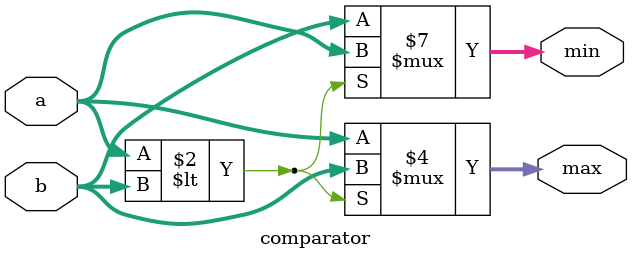
<source format=v>


module comparator#(parameter WIDTH = 16)
(
	input [WIDTH-1:0]a, 
	input	[WIDTH-1:0]b,
	output reg [WIDTH-1:0]min,
	output reg [WIDTH-1:0]max 
);

always@(*)
	begin
		if(a < b)
			begin 
				min <= a; 
				max <= b;
			end
		else 
			begin 
				min <= b; 
				max <= a; 
			end
	end
endmodule  
</source>
